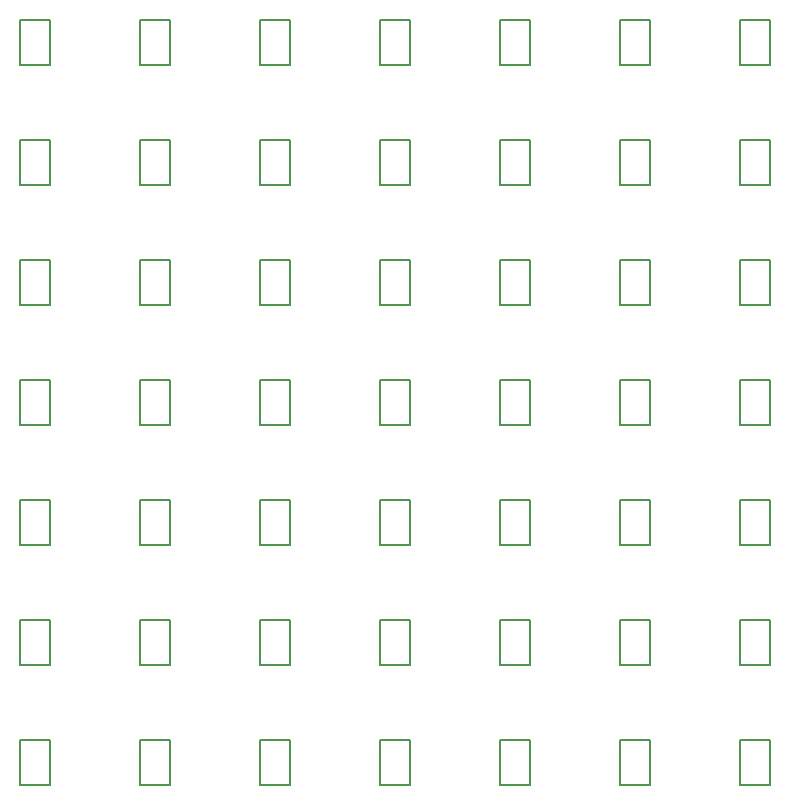
<source format=gbo>
G75*
%MOIN*%
%OFA0B0*%
%FSLAX25Y25*%
%IPPOS*%
%LPD*%
%AMOC8*
5,1,8,0,0,1.08239X$1,22.5*
%
%ADD10C,0.00500*%
D10*
X0118963Y0034668D02*
X0129199Y0034668D01*
X0129199Y0049628D01*
X0118963Y0049628D01*
X0118963Y0034668D01*
X0158963Y0034668D02*
X0169199Y0034668D01*
X0169199Y0049628D01*
X0158963Y0049628D01*
X0158963Y0034668D01*
X0198963Y0034668D02*
X0209199Y0034668D01*
X0209199Y0049628D01*
X0198963Y0049628D01*
X0198963Y0034668D01*
X0238963Y0034668D02*
X0249199Y0034668D01*
X0249199Y0049628D01*
X0238963Y0049628D01*
X0238963Y0034668D01*
X0278963Y0034668D02*
X0289199Y0034668D01*
X0289199Y0049628D01*
X0278963Y0049628D01*
X0278963Y0034668D01*
X0318963Y0034668D02*
X0329199Y0034668D01*
X0329199Y0049628D01*
X0318963Y0049628D01*
X0318963Y0034668D01*
X0358963Y0034668D02*
X0369199Y0034668D01*
X0369199Y0049628D01*
X0358963Y0049628D01*
X0358963Y0034668D01*
X0358963Y0074668D02*
X0369199Y0074668D01*
X0369199Y0089628D01*
X0358963Y0089628D01*
X0358963Y0074668D01*
X0329199Y0074668D02*
X0329199Y0089628D01*
X0318963Y0089628D01*
X0318963Y0074668D01*
X0329199Y0074668D01*
X0289199Y0074668D02*
X0289199Y0089628D01*
X0278963Y0089628D01*
X0278963Y0074668D01*
X0289199Y0074668D01*
X0249199Y0074668D02*
X0249199Y0089628D01*
X0238963Y0089628D01*
X0238963Y0074668D01*
X0249199Y0074668D01*
X0209199Y0074668D02*
X0209199Y0089628D01*
X0198963Y0089628D01*
X0198963Y0074668D01*
X0209199Y0074668D01*
X0169199Y0074668D02*
X0169199Y0089628D01*
X0158963Y0089628D01*
X0158963Y0074668D01*
X0169199Y0074668D01*
X0129199Y0074668D02*
X0129199Y0089628D01*
X0118963Y0089628D01*
X0118963Y0074668D01*
X0129199Y0074668D01*
X0129199Y0114668D02*
X0118963Y0114668D01*
X0118963Y0129628D01*
X0129199Y0129628D01*
X0129199Y0114668D01*
X0158963Y0114668D02*
X0169199Y0114668D01*
X0169199Y0129628D01*
X0158963Y0129628D01*
X0158963Y0114668D01*
X0198963Y0114668D02*
X0209199Y0114668D01*
X0209199Y0129628D01*
X0198963Y0129628D01*
X0198963Y0114668D01*
X0238963Y0114668D02*
X0249199Y0114668D01*
X0249199Y0129628D01*
X0238963Y0129628D01*
X0238963Y0114668D01*
X0278963Y0114668D02*
X0289199Y0114668D01*
X0289199Y0129628D01*
X0278963Y0129628D01*
X0278963Y0114668D01*
X0318963Y0114668D02*
X0329199Y0114668D01*
X0329199Y0129628D01*
X0318963Y0129628D01*
X0318963Y0114668D01*
X0358963Y0114668D02*
X0369199Y0114668D01*
X0369199Y0129628D01*
X0358963Y0129628D01*
X0358963Y0114668D01*
X0358963Y0154668D02*
X0369199Y0154668D01*
X0369199Y0169628D01*
X0358963Y0169628D01*
X0358963Y0154668D01*
X0329199Y0154668D02*
X0329199Y0169628D01*
X0318963Y0169628D01*
X0318963Y0154668D01*
X0329199Y0154668D01*
X0289199Y0154668D02*
X0289199Y0169628D01*
X0278963Y0169628D01*
X0278963Y0154668D01*
X0289199Y0154668D01*
X0249199Y0154668D02*
X0249199Y0169628D01*
X0238963Y0169628D01*
X0238963Y0154668D01*
X0249199Y0154668D01*
X0209199Y0154668D02*
X0209199Y0169628D01*
X0198963Y0169628D01*
X0198963Y0154668D01*
X0209199Y0154668D01*
X0169199Y0154668D02*
X0169199Y0169628D01*
X0158963Y0169628D01*
X0158963Y0154668D01*
X0169199Y0154668D01*
X0129199Y0154668D02*
X0129199Y0169628D01*
X0118963Y0169628D01*
X0118963Y0154668D01*
X0129199Y0154668D01*
X0129199Y0194668D02*
X0118963Y0194668D01*
X0118963Y0209628D01*
X0129199Y0209628D01*
X0129199Y0194668D01*
X0158963Y0194668D02*
X0169199Y0194668D01*
X0169199Y0209628D01*
X0158963Y0209628D01*
X0158963Y0194668D01*
X0198963Y0194668D02*
X0209199Y0194668D01*
X0209199Y0209628D01*
X0198963Y0209628D01*
X0198963Y0194668D01*
X0238963Y0194668D02*
X0249199Y0194668D01*
X0249199Y0209628D01*
X0238963Y0209628D01*
X0238963Y0194668D01*
X0278963Y0194668D02*
X0289199Y0194668D01*
X0289199Y0209628D01*
X0278963Y0209628D01*
X0278963Y0194668D01*
X0318963Y0194668D02*
X0329199Y0194668D01*
X0329199Y0209628D01*
X0318963Y0209628D01*
X0318963Y0194668D01*
X0358963Y0194668D02*
X0369199Y0194668D01*
X0369199Y0209628D01*
X0358963Y0209628D01*
X0358963Y0194668D01*
X0358963Y0234668D02*
X0369199Y0234668D01*
X0369199Y0249628D01*
X0358963Y0249628D01*
X0358963Y0234668D01*
X0329199Y0234668D02*
X0329199Y0249628D01*
X0318963Y0249628D01*
X0318963Y0234668D01*
X0329199Y0234668D01*
X0289199Y0234668D02*
X0289199Y0249628D01*
X0278963Y0249628D01*
X0278963Y0234668D01*
X0289199Y0234668D01*
X0249199Y0234668D02*
X0249199Y0249628D01*
X0238963Y0249628D01*
X0238963Y0234668D01*
X0249199Y0234668D01*
X0209199Y0234668D02*
X0209199Y0249628D01*
X0198963Y0249628D01*
X0198963Y0234668D01*
X0209199Y0234668D01*
X0169199Y0234668D02*
X0169199Y0249628D01*
X0158963Y0249628D01*
X0158963Y0234668D01*
X0169199Y0234668D01*
X0129199Y0234668D02*
X0129199Y0249628D01*
X0118963Y0249628D01*
X0118963Y0234668D01*
X0129199Y0234668D01*
X0129199Y0274668D02*
X0118963Y0274668D01*
X0118963Y0289628D01*
X0129199Y0289628D01*
X0129199Y0274668D01*
X0158963Y0274668D02*
X0169199Y0274668D01*
X0169199Y0289628D01*
X0158963Y0289628D01*
X0158963Y0274668D01*
X0198963Y0274668D02*
X0209199Y0274668D01*
X0209199Y0289628D01*
X0198963Y0289628D01*
X0198963Y0274668D01*
X0238963Y0274668D02*
X0249199Y0274668D01*
X0249199Y0289628D01*
X0238963Y0289628D01*
X0238963Y0274668D01*
X0278963Y0274668D02*
X0289199Y0274668D01*
X0289199Y0289628D01*
X0278963Y0289628D01*
X0278963Y0274668D01*
X0318963Y0274668D02*
X0329199Y0274668D01*
X0329199Y0289628D01*
X0318963Y0289628D01*
X0318963Y0274668D01*
X0358963Y0274668D02*
X0369199Y0274668D01*
X0369199Y0289628D01*
X0358963Y0289628D01*
X0358963Y0274668D01*
M02*

</source>
